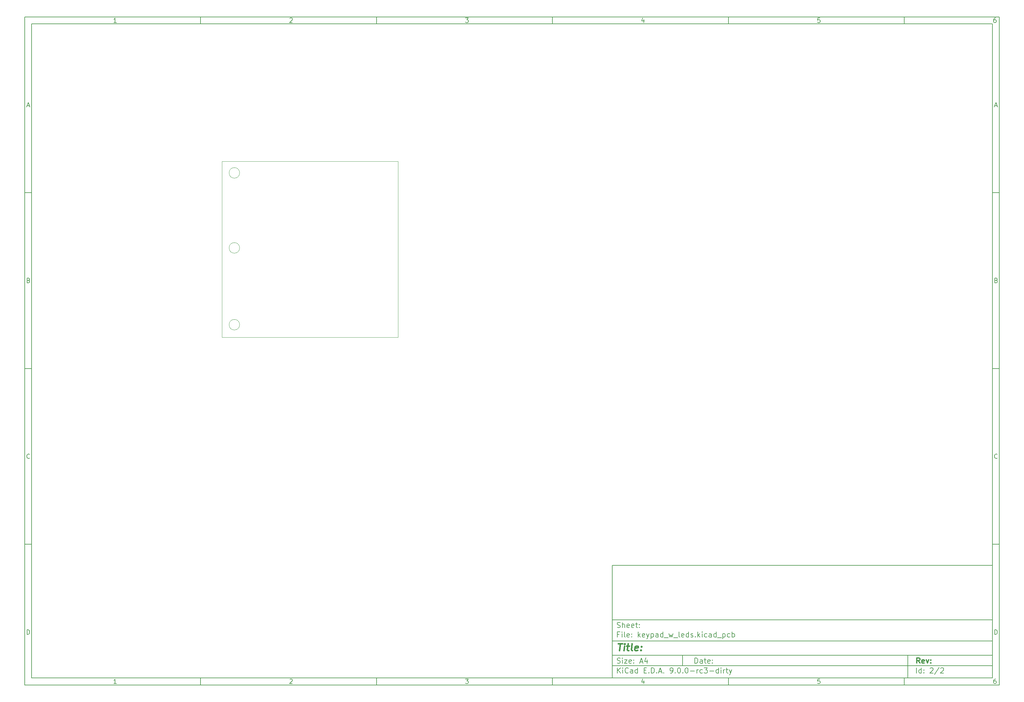
<source format=gbr>
%TF.GenerationSoftware,KiCad,Pcbnew,9.0.0-rc3-dirty*%
%TF.CreationDate,2025-04-14T01:48:59-03:00*%
%TF.ProjectId,keypad_w_leds,6b657970-6164-45f7-975f-6c6564732e6b,rev?*%
%TF.SameCoordinates,Original*%
%TF.FileFunction,Profile,NP*%
%FSLAX46Y46*%
G04 Gerber Fmt 4.6, Leading zero omitted, Abs format (unit mm)*
G04 Created by KiCad (PCBNEW 9.0.0-rc3-dirty) date 2025-04-14 01:48:59*
%MOMM*%
%LPD*%
G01*
G04 APERTURE LIST*
%ADD10C,0.100000*%
%ADD11C,0.150000*%
%ADD12C,0.300000*%
%ADD13C,0.400000*%
%TA.AperFunction,Profile*%
%ADD14C,0.050000*%
%TD*%
G04 APERTURE END LIST*
D10*
D11*
X177002200Y-166007200D02*
X285002200Y-166007200D01*
X285002200Y-198007200D01*
X177002200Y-198007200D01*
X177002200Y-166007200D01*
D10*
D11*
X10000000Y-10000000D02*
X287002200Y-10000000D01*
X287002200Y-200007200D01*
X10000000Y-200007200D01*
X10000000Y-10000000D01*
D10*
D11*
X12000000Y-12000000D02*
X285002200Y-12000000D01*
X285002200Y-198007200D01*
X12000000Y-198007200D01*
X12000000Y-12000000D01*
D10*
D11*
X60000000Y-12000000D02*
X60000000Y-10000000D01*
D10*
D11*
X110000000Y-12000000D02*
X110000000Y-10000000D01*
D10*
D11*
X160000000Y-12000000D02*
X160000000Y-10000000D01*
D10*
D11*
X210000000Y-12000000D02*
X210000000Y-10000000D01*
D10*
D11*
X260000000Y-12000000D02*
X260000000Y-10000000D01*
D10*
D11*
X36089160Y-11593604D02*
X35346303Y-11593604D01*
X35717731Y-11593604D02*
X35717731Y-10293604D01*
X35717731Y-10293604D02*
X35593922Y-10479319D01*
X35593922Y-10479319D02*
X35470112Y-10603128D01*
X35470112Y-10603128D02*
X35346303Y-10665033D01*
D10*
D11*
X85346303Y-10417414D02*
X85408207Y-10355509D01*
X85408207Y-10355509D02*
X85532017Y-10293604D01*
X85532017Y-10293604D02*
X85841541Y-10293604D01*
X85841541Y-10293604D02*
X85965350Y-10355509D01*
X85965350Y-10355509D02*
X86027255Y-10417414D01*
X86027255Y-10417414D02*
X86089160Y-10541223D01*
X86089160Y-10541223D02*
X86089160Y-10665033D01*
X86089160Y-10665033D02*
X86027255Y-10850747D01*
X86027255Y-10850747D02*
X85284398Y-11593604D01*
X85284398Y-11593604D02*
X86089160Y-11593604D01*
D10*
D11*
X135284398Y-10293604D02*
X136089160Y-10293604D01*
X136089160Y-10293604D02*
X135655826Y-10788842D01*
X135655826Y-10788842D02*
X135841541Y-10788842D01*
X135841541Y-10788842D02*
X135965350Y-10850747D01*
X135965350Y-10850747D02*
X136027255Y-10912652D01*
X136027255Y-10912652D02*
X136089160Y-11036461D01*
X136089160Y-11036461D02*
X136089160Y-11345985D01*
X136089160Y-11345985D02*
X136027255Y-11469795D01*
X136027255Y-11469795D02*
X135965350Y-11531700D01*
X135965350Y-11531700D02*
X135841541Y-11593604D01*
X135841541Y-11593604D02*
X135470112Y-11593604D01*
X135470112Y-11593604D02*
X135346303Y-11531700D01*
X135346303Y-11531700D02*
X135284398Y-11469795D01*
D10*
D11*
X185965350Y-10726938D02*
X185965350Y-11593604D01*
X185655826Y-10231700D02*
X185346303Y-11160271D01*
X185346303Y-11160271D02*
X186151064Y-11160271D01*
D10*
D11*
X236027255Y-10293604D02*
X235408207Y-10293604D01*
X235408207Y-10293604D02*
X235346303Y-10912652D01*
X235346303Y-10912652D02*
X235408207Y-10850747D01*
X235408207Y-10850747D02*
X235532017Y-10788842D01*
X235532017Y-10788842D02*
X235841541Y-10788842D01*
X235841541Y-10788842D02*
X235965350Y-10850747D01*
X235965350Y-10850747D02*
X236027255Y-10912652D01*
X236027255Y-10912652D02*
X236089160Y-11036461D01*
X236089160Y-11036461D02*
X236089160Y-11345985D01*
X236089160Y-11345985D02*
X236027255Y-11469795D01*
X236027255Y-11469795D02*
X235965350Y-11531700D01*
X235965350Y-11531700D02*
X235841541Y-11593604D01*
X235841541Y-11593604D02*
X235532017Y-11593604D01*
X235532017Y-11593604D02*
X235408207Y-11531700D01*
X235408207Y-11531700D02*
X235346303Y-11469795D01*
D10*
D11*
X285965350Y-10293604D02*
X285717731Y-10293604D01*
X285717731Y-10293604D02*
X285593922Y-10355509D01*
X285593922Y-10355509D02*
X285532017Y-10417414D01*
X285532017Y-10417414D02*
X285408207Y-10603128D01*
X285408207Y-10603128D02*
X285346303Y-10850747D01*
X285346303Y-10850747D02*
X285346303Y-11345985D01*
X285346303Y-11345985D02*
X285408207Y-11469795D01*
X285408207Y-11469795D02*
X285470112Y-11531700D01*
X285470112Y-11531700D02*
X285593922Y-11593604D01*
X285593922Y-11593604D02*
X285841541Y-11593604D01*
X285841541Y-11593604D02*
X285965350Y-11531700D01*
X285965350Y-11531700D02*
X286027255Y-11469795D01*
X286027255Y-11469795D02*
X286089160Y-11345985D01*
X286089160Y-11345985D02*
X286089160Y-11036461D01*
X286089160Y-11036461D02*
X286027255Y-10912652D01*
X286027255Y-10912652D02*
X285965350Y-10850747D01*
X285965350Y-10850747D02*
X285841541Y-10788842D01*
X285841541Y-10788842D02*
X285593922Y-10788842D01*
X285593922Y-10788842D02*
X285470112Y-10850747D01*
X285470112Y-10850747D02*
X285408207Y-10912652D01*
X285408207Y-10912652D02*
X285346303Y-11036461D01*
D10*
D11*
X60000000Y-198007200D02*
X60000000Y-200007200D01*
D10*
D11*
X110000000Y-198007200D02*
X110000000Y-200007200D01*
D10*
D11*
X160000000Y-198007200D02*
X160000000Y-200007200D01*
D10*
D11*
X210000000Y-198007200D02*
X210000000Y-200007200D01*
D10*
D11*
X260000000Y-198007200D02*
X260000000Y-200007200D01*
D10*
D11*
X36089160Y-199600804D02*
X35346303Y-199600804D01*
X35717731Y-199600804D02*
X35717731Y-198300804D01*
X35717731Y-198300804D02*
X35593922Y-198486519D01*
X35593922Y-198486519D02*
X35470112Y-198610328D01*
X35470112Y-198610328D02*
X35346303Y-198672233D01*
D10*
D11*
X85346303Y-198424614D02*
X85408207Y-198362709D01*
X85408207Y-198362709D02*
X85532017Y-198300804D01*
X85532017Y-198300804D02*
X85841541Y-198300804D01*
X85841541Y-198300804D02*
X85965350Y-198362709D01*
X85965350Y-198362709D02*
X86027255Y-198424614D01*
X86027255Y-198424614D02*
X86089160Y-198548423D01*
X86089160Y-198548423D02*
X86089160Y-198672233D01*
X86089160Y-198672233D02*
X86027255Y-198857947D01*
X86027255Y-198857947D02*
X85284398Y-199600804D01*
X85284398Y-199600804D02*
X86089160Y-199600804D01*
D10*
D11*
X135284398Y-198300804D02*
X136089160Y-198300804D01*
X136089160Y-198300804D02*
X135655826Y-198796042D01*
X135655826Y-198796042D02*
X135841541Y-198796042D01*
X135841541Y-198796042D02*
X135965350Y-198857947D01*
X135965350Y-198857947D02*
X136027255Y-198919852D01*
X136027255Y-198919852D02*
X136089160Y-199043661D01*
X136089160Y-199043661D02*
X136089160Y-199353185D01*
X136089160Y-199353185D02*
X136027255Y-199476995D01*
X136027255Y-199476995D02*
X135965350Y-199538900D01*
X135965350Y-199538900D02*
X135841541Y-199600804D01*
X135841541Y-199600804D02*
X135470112Y-199600804D01*
X135470112Y-199600804D02*
X135346303Y-199538900D01*
X135346303Y-199538900D02*
X135284398Y-199476995D01*
D10*
D11*
X185965350Y-198734138D02*
X185965350Y-199600804D01*
X185655826Y-198238900D02*
X185346303Y-199167471D01*
X185346303Y-199167471D02*
X186151064Y-199167471D01*
D10*
D11*
X236027255Y-198300804D02*
X235408207Y-198300804D01*
X235408207Y-198300804D02*
X235346303Y-198919852D01*
X235346303Y-198919852D02*
X235408207Y-198857947D01*
X235408207Y-198857947D02*
X235532017Y-198796042D01*
X235532017Y-198796042D02*
X235841541Y-198796042D01*
X235841541Y-198796042D02*
X235965350Y-198857947D01*
X235965350Y-198857947D02*
X236027255Y-198919852D01*
X236027255Y-198919852D02*
X236089160Y-199043661D01*
X236089160Y-199043661D02*
X236089160Y-199353185D01*
X236089160Y-199353185D02*
X236027255Y-199476995D01*
X236027255Y-199476995D02*
X235965350Y-199538900D01*
X235965350Y-199538900D02*
X235841541Y-199600804D01*
X235841541Y-199600804D02*
X235532017Y-199600804D01*
X235532017Y-199600804D02*
X235408207Y-199538900D01*
X235408207Y-199538900D02*
X235346303Y-199476995D01*
D10*
D11*
X285965350Y-198300804D02*
X285717731Y-198300804D01*
X285717731Y-198300804D02*
X285593922Y-198362709D01*
X285593922Y-198362709D02*
X285532017Y-198424614D01*
X285532017Y-198424614D02*
X285408207Y-198610328D01*
X285408207Y-198610328D02*
X285346303Y-198857947D01*
X285346303Y-198857947D02*
X285346303Y-199353185D01*
X285346303Y-199353185D02*
X285408207Y-199476995D01*
X285408207Y-199476995D02*
X285470112Y-199538900D01*
X285470112Y-199538900D02*
X285593922Y-199600804D01*
X285593922Y-199600804D02*
X285841541Y-199600804D01*
X285841541Y-199600804D02*
X285965350Y-199538900D01*
X285965350Y-199538900D02*
X286027255Y-199476995D01*
X286027255Y-199476995D02*
X286089160Y-199353185D01*
X286089160Y-199353185D02*
X286089160Y-199043661D01*
X286089160Y-199043661D02*
X286027255Y-198919852D01*
X286027255Y-198919852D02*
X285965350Y-198857947D01*
X285965350Y-198857947D02*
X285841541Y-198796042D01*
X285841541Y-198796042D02*
X285593922Y-198796042D01*
X285593922Y-198796042D02*
X285470112Y-198857947D01*
X285470112Y-198857947D02*
X285408207Y-198919852D01*
X285408207Y-198919852D02*
X285346303Y-199043661D01*
D10*
D11*
X10000000Y-60000000D02*
X12000000Y-60000000D01*
D10*
D11*
X10000000Y-110000000D02*
X12000000Y-110000000D01*
D10*
D11*
X10000000Y-160000000D02*
X12000000Y-160000000D01*
D10*
D11*
X10690476Y-35222176D02*
X11309523Y-35222176D01*
X10566666Y-35593604D02*
X10999999Y-34293604D01*
X10999999Y-34293604D02*
X11433333Y-35593604D01*
D10*
D11*
X11092857Y-84912652D02*
X11278571Y-84974557D01*
X11278571Y-84974557D02*
X11340476Y-85036461D01*
X11340476Y-85036461D02*
X11402380Y-85160271D01*
X11402380Y-85160271D02*
X11402380Y-85345985D01*
X11402380Y-85345985D02*
X11340476Y-85469795D01*
X11340476Y-85469795D02*
X11278571Y-85531700D01*
X11278571Y-85531700D02*
X11154761Y-85593604D01*
X11154761Y-85593604D02*
X10659523Y-85593604D01*
X10659523Y-85593604D02*
X10659523Y-84293604D01*
X10659523Y-84293604D02*
X11092857Y-84293604D01*
X11092857Y-84293604D02*
X11216666Y-84355509D01*
X11216666Y-84355509D02*
X11278571Y-84417414D01*
X11278571Y-84417414D02*
X11340476Y-84541223D01*
X11340476Y-84541223D02*
X11340476Y-84665033D01*
X11340476Y-84665033D02*
X11278571Y-84788842D01*
X11278571Y-84788842D02*
X11216666Y-84850747D01*
X11216666Y-84850747D02*
X11092857Y-84912652D01*
X11092857Y-84912652D02*
X10659523Y-84912652D01*
D10*
D11*
X11402380Y-135469795D02*
X11340476Y-135531700D01*
X11340476Y-135531700D02*
X11154761Y-135593604D01*
X11154761Y-135593604D02*
X11030952Y-135593604D01*
X11030952Y-135593604D02*
X10845238Y-135531700D01*
X10845238Y-135531700D02*
X10721428Y-135407890D01*
X10721428Y-135407890D02*
X10659523Y-135284080D01*
X10659523Y-135284080D02*
X10597619Y-135036461D01*
X10597619Y-135036461D02*
X10597619Y-134850747D01*
X10597619Y-134850747D02*
X10659523Y-134603128D01*
X10659523Y-134603128D02*
X10721428Y-134479319D01*
X10721428Y-134479319D02*
X10845238Y-134355509D01*
X10845238Y-134355509D02*
X11030952Y-134293604D01*
X11030952Y-134293604D02*
X11154761Y-134293604D01*
X11154761Y-134293604D02*
X11340476Y-134355509D01*
X11340476Y-134355509D02*
X11402380Y-134417414D01*
D10*
D11*
X10659523Y-185593604D02*
X10659523Y-184293604D01*
X10659523Y-184293604D02*
X10969047Y-184293604D01*
X10969047Y-184293604D02*
X11154761Y-184355509D01*
X11154761Y-184355509D02*
X11278571Y-184479319D01*
X11278571Y-184479319D02*
X11340476Y-184603128D01*
X11340476Y-184603128D02*
X11402380Y-184850747D01*
X11402380Y-184850747D02*
X11402380Y-185036461D01*
X11402380Y-185036461D02*
X11340476Y-185284080D01*
X11340476Y-185284080D02*
X11278571Y-185407890D01*
X11278571Y-185407890D02*
X11154761Y-185531700D01*
X11154761Y-185531700D02*
X10969047Y-185593604D01*
X10969047Y-185593604D02*
X10659523Y-185593604D01*
D10*
D11*
X287002200Y-60000000D02*
X285002200Y-60000000D01*
D10*
D11*
X287002200Y-110000000D02*
X285002200Y-110000000D01*
D10*
D11*
X287002200Y-160000000D02*
X285002200Y-160000000D01*
D10*
D11*
X285692676Y-35222176D02*
X286311723Y-35222176D01*
X285568866Y-35593604D02*
X286002199Y-34293604D01*
X286002199Y-34293604D02*
X286435533Y-35593604D01*
D10*
D11*
X286095057Y-84912652D02*
X286280771Y-84974557D01*
X286280771Y-84974557D02*
X286342676Y-85036461D01*
X286342676Y-85036461D02*
X286404580Y-85160271D01*
X286404580Y-85160271D02*
X286404580Y-85345985D01*
X286404580Y-85345985D02*
X286342676Y-85469795D01*
X286342676Y-85469795D02*
X286280771Y-85531700D01*
X286280771Y-85531700D02*
X286156961Y-85593604D01*
X286156961Y-85593604D02*
X285661723Y-85593604D01*
X285661723Y-85593604D02*
X285661723Y-84293604D01*
X285661723Y-84293604D02*
X286095057Y-84293604D01*
X286095057Y-84293604D02*
X286218866Y-84355509D01*
X286218866Y-84355509D02*
X286280771Y-84417414D01*
X286280771Y-84417414D02*
X286342676Y-84541223D01*
X286342676Y-84541223D02*
X286342676Y-84665033D01*
X286342676Y-84665033D02*
X286280771Y-84788842D01*
X286280771Y-84788842D02*
X286218866Y-84850747D01*
X286218866Y-84850747D02*
X286095057Y-84912652D01*
X286095057Y-84912652D02*
X285661723Y-84912652D01*
D10*
D11*
X286404580Y-135469795D02*
X286342676Y-135531700D01*
X286342676Y-135531700D02*
X286156961Y-135593604D01*
X286156961Y-135593604D02*
X286033152Y-135593604D01*
X286033152Y-135593604D02*
X285847438Y-135531700D01*
X285847438Y-135531700D02*
X285723628Y-135407890D01*
X285723628Y-135407890D02*
X285661723Y-135284080D01*
X285661723Y-135284080D02*
X285599819Y-135036461D01*
X285599819Y-135036461D02*
X285599819Y-134850747D01*
X285599819Y-134850747D02*
X285661723Y-134603128D01*
X285661723Y-134603128D02*
X285723628Y-134479319D01*
X285723628Y-134479319D02*
X285847438Y-134355509D01*
X285847438Y-134355509D02*
X286033152Y-134293604D01*
X286033152Y-134293604D02*
X286156961Y-134293604D01*
X286156961Y-134293604D02*
X286342676Y-134355509D01*
X286342676Y-134355509D02*
X286404580Y-134417414D01*
D10*
D11*
X285661723Y-185593604D02*
X285661723Y-184293604D01*
X285661723Y-184293604D02*
X285971247Y-184293604D01*
X285971247Y-184293604D02*
X286156961Y-184355509D01*
X286156961Y-184355509D02*
X286280771Y-184479319D01*
X286280771Y-184479319D02*
X286342676Y-184603128D01*
X286342676Y-184603128D02*
X286404580Y-184850747D01*
X286404580Y-184850747D02*
X286404580Y-185036461D01*
X286404580Y-185036461D02*
X286342676Y-185284080D01*
X286342676Y-185284080D02*
X286280771Y-185407890D01*
X286280771Y-185407890D02*
X286156961Y-185531700D01*
X286156961Y-185531700D02*
X285971247Y-185593604D01*
X285971247Y-185593604D02*
X285661723Y-185593604D01*
D10*
D11*
X200458026Y-193793328D02*
X200458026Y-192293328D01*
X200458026Y-192293328D02*
X200815169Y-192293328D01*
X200815169Y-192293328D02*
X201029455Y-192364757D01*
X201029455Y-192364757D02*
X201172312Y-192507614D01*
X201172312Y-192507614D02*
X201243741Y-192650471D01*
X201243741Y-192650471D02*
X201315169Y-192936185D01*
X201315169Y-192936185D02*
X201315169Y-193150471D01*
X201315169Y-193150471D02*
X201243741Y-193436185D01*
X201243741Y-193436185D02*
X201172312Y-193579042D01*
X201172312Y-193579042D02*
X201029455Y-193721900D01*
X201029455Y-193721900D02*
X200815169Y-193793328D01*
X200815169Y-193793328D02*
X200458026Y-193793328D01*
X202600884Y-193793328D02*
X202600884Y-193007614D01*
X202600884Y-193007614D02*
X202529455Y-192864757D01*
X202529455Y-192864757D02*
X202386598Y-192793328D01*
X202386598Y-192793328D02*
X202100884Y-192793328D01*
X202100884Y-192793328D02*
X201958026Y-192864757D01*
X202600884Y-193721900D02*
X202458026Y-193793328D01*
X202458026Y-193793328D02*
X202100884Y-193793328D01*
X202100884Y-193793328D02*
X201958026Y-193721900D01*
X201958026Y-193721900D02*
X201886598Y-193579042D01*
X201886598Y-193579042D02*
X201886598Y-193436185D01*
X201886598Y-193436185D02*
X201958026Y-193293328D01*
X201958026Y-193293328D02*
X202100884Y-193221900D01*
X202100884Y-193221900D02*
X202458026Y-193221900D01*
X202458026Y-193221900D02*
X202600884Y-193150471D01*
X203100884Y-192793328D02*
X203672312Y-192793328D01*
X203315169Y-192293328D02*
X203315169Y-193579042D01*
X203315169Y-193579042D02*
X203386598Y-193721900D01*
X203386598Y-193721900D02*
X203529455Y-193793328D01*
X203529455Y-193793328D02*
X203672312Y-193793328D01*
X204743741Y-193721900D02*
X204600884Y-193793328D01*
X204600884Y-193793328D02*
X204315170Y-193793328D01*
X204315170Y-193793328D02*
X204172312Y-193721900D01*
X204172312Y-193721900D02*
X204100884Y-193579042D01*
X204100884Y-193579042D02*
X204100884Y-193007614D01*
X204100884Y-193007614D02*
X204172312Y-192864757D01*
X204172312Y-192864757D02*
X204315170Y-192793328D01*
X204315170Y-192793328D02*
X204600884Y-192793328D01*
X204600884Y-192793328D02*
X204743741Y-192864757D01*
X204743741Y-192864757D02*
X204815170Y-193007614D01*
X204815170Y-193007614D02*
X204815170Y-193150471D01*
X204815170Y-193150471D02*
X204100884Y-193293328D01*
X205458026Y-193650471D02*
X205529455Y-193721900D01*
X205529455Y-193721900D02*
X205458026Y-193793328D01*
X205458026Y-193793328D02*
X205386598Y-193721900D01*
X205386598Y-193721900D02*
X205458026Y-193650471D01*
X205458026Y-193650471D02*
X205458026Y-193793328D01*
X205458026Y-192864757D02*
X205529455Y-192936185D01*
X205529455Y-192936185D02*
X205458026Y-193007614D01*
X205458026Y-193007614D02*
X205386598Y-192936185D01*
X205386598Y-192936185D02*
X205458026Y-192864757D01*
X205458026Y-192864757D02*
X205458026Y-193007614D01*
D10*
D11*
X177002200Y-194507200D02*
X285002200Y-194507200D01*
D10*
D11*
X178458026Y-196593328D02*
X178458026Y-195093328D01*
X179315169Y-196593328D02*
X178672312Y-195736185D01*
X179315169Y-195093328D02*
X178458026Y-195950471D01*
X179958026Y-196593328D02*
X179958026Y-195593328D01*
X179958026Y-195093328D02*
X179886598Y-195164757D01*
X179886598Y-195164757D02*
X179958026Y-195236185D01*
X179958026Y-195236185D02*
X180029455Y-195164757D01*
X180029455Y-195164757D02*
X179958026Y-195093328D01*
X179958026Y-195093328D02*
X179958026Y-195236185D01*
X181529455Y-196450471D02*
X181458027Y-196521900D01*
X181458027Y-196521900D02*
X181243741Y-196593328D01*
X181243741Y-196593328D02*
X181100884Y-196593328D01*
X181100884Y-196593328D02*
X180886598Y-196521900D01*
X180886598Y-196521900D02*
X180743741Y-196379042D01*
X180743741Y-196379042D02*
X180672312Y-196236185D01*
X180672312Y-196236185D02*
X180600884Y-195950471D01*
X180600884Y-195950471D02*
X180600884Y-195736185D01*
X180600884Y-195736185D02*
X180672312Y-195450471D01*
X180672312Y-195450471D02*
X180743741Y-195307614D01*
X180743741Y-195307614D02*
X180886598Y-195164757D01*
X180886598Y-195164757D02*
X181100884Y-195093328D01*
X181100884Y-195093328D02*
X181243741Y-195093328D01*
X181243741Y-195093328D02*
X181458027Y-195164757D01*
X181458027Y-195164757D02*
X181529455Y-195236185D01*
X182815170Y-196593328D02*
X182815170Y-195807614D01*
X182815170Y-195807614D02*
X182743741Y-195664757D01*
X182743741Y-195664757D02*
X182600884Y-195593328D01*
X182600884Y-195593328D02*
X182315170Y-195593328D01*
X182315170Y-195593328D02*
X182172312Y-195664757D01*
X182815170Y-196521900D02*
X182672312Y-196593328D01*
X182672312Y-196593328D02*
X182315170Y-196593328D01*
X182315170Y-196593328D02*
X182172312Y-196521900D01*
X182172312Y-196521900D02*
X182100884Y-196379042D01*
X182100884Y-196379042D02*
X182100884Y-196236185D01*
X182100884Y-196236185D02*
X182172312Y-196093328D01*
X182172312Y-196093328D02*
X182315170Y-196021900D01*
X182315170Y-196021900D02*
X182672312Y-196021900D01*
X182672312Y-196021900D02*
X182815170Y-195950471D01*
X184172313Y-196593328D02*
X184172313Y-195093328D01*
X184172313Y-196521900D02*
X184029455Y-196593328D01*
X184029455Y-196593328D02*
X183743741Y-196593328D01*
X183743741Y-196593328D02*
X183600884Y-196521900D01*
X183600884Y-196521900D02*
X183529455Y-196450471D01*
X183529455Y-196450471D02*
X183458027Y-196307614D01*
X183458027Y-196307614D02*
X183458027Y-195879042D01*
X183458027Y-195879042D02*
X183529455Y-195736185D01*
X183529455Y-195736185D02*
X183600884Y-195664757D01*
X183600884Y-195664757D02*
X183743741Y-195593328D01*
X183743741Y-195593328D02*
X184029455Y-195593328D01*
X184029455Y-195593328D02*
X184172313Y-195664757D01*
X186029455Y-195807614D02*
X186529455Y-195807614D01*
X186743741Y-196593328D02*
X186029455Y-196593328D01*
X186029455Y-196593328D02*
X186029455Y-195093328D01*
X186029455Y-195093328D02*
X186743741Y-195093328D01*
X187386598Y-196450471D02*
X187458027Y-196521900D01*
X187458027Y-196521900D02*
X187386598Y-196593328D01*
X187386598Y-196593328D02*
X187315170Y-196521900D01*
X187315170Y-196521900D02*
X187386598Y-196450471D01*
X187386598Y-196450471D02*
X187386598Y-196593328D01*
X188100884Y-196593328D02*
X188100884Y-195093328D01*
X188100884Y-195093328D02*
X188458027Y-195093328D01*
X188458027Y-195093328D02*
X188672313Y-195164757D01*
X188672313Y-195164757D02*
X188815170Y-195307614D01*
X188815170Y-195307614D02*
X188886599Y-195450471D01*
X188886599Y-195450471D02*
X188958027Y-195736185D01*
X188958027Y-195736185D02*
X188958027Y-195950471D01*
X188958027Y-195950471D02*
X188886599Y-196236185D01*
X188886599Y-196236185D02*
X188815170Y-196379042D01*
X188815170Y-196379042D02*
X188672313Y-196521900D01*
X188672313Y-196521900D02*
X188458027Y-196593328D01*
X188458027Y-196593328D02*
X188100884Y-196593328D01*
X189600884Y-196450471D02*
X189672313Y-196521900D01*
X189672313Y-196521900D02*
X189600884Y-196593328D01*
X189600884Y-196593328D02*
X189529456Y-196521900D01*
X189529456Y-196521900D02*
X189600884Y-196450471D01*
X189600884Y-196450471D02*
X189600884Y-196593328D01*
X190243742Y-196164757D02*
X190958028Y-196164757D01*
X190100885Y-196593328D02*
X190600885Y-195093328D01*
X190600885Y-195093328D02*
X191100885Y-196593328D01*
X191600884Y-196450471D02*
X191672313Y-196521900D01*
X191672313Y-196521900D02*
X191600884Y-196593328D01*
X191600884Y-196593328D02*
X191529456Y-196521900D01*
X191529456Y-196521900D02*
X191600884Y-196450471D01*
X191600884Y-196450471D02*
X191600884Y-196593328D01*
X193529456Y-196593328D02*
X193815170Y-196593328D01*
X193815170Y-196593328D02*
X193958027Y-196521900D01*
X193958027Y-196521900D02*
X194029456Y-196450471D01*
X194029456Y-196450471D02*
X194172313Y-196236185D01*
X194172313Y-196236185D02*
X194243742Y-195950471D01*
X194243742Y-195950471D02*
X194243742Y-195379042D01*
X194243742Y-195379042D02*
X194172313Y-195236185D01*
X194172313Y-195236185D02*
X194100885Y-195164757D01*
X194100885Y-195164757D02*
X193958027Y-195093328D01*
X193958027Y-195093328D02*
X193672313Y-195093328D01*
X193672313Y-195093328D02*
X193529456Y-195164757D01*
X193529456Y-195164757D02*
X193458027Y-195236185D01*
X193458027Y-195236185D02*
X193386599Y-195379042D01*
X193386599Y-195379042D02*
X193386599Y-195736185D01*
X193386599Y-195736185D02*
X193458027Y-195879042D01*
X193458027Y-195879042D02*
X193529456Y-195950471D01*
X193529456Y-195950471D02*
X193672313Y-196021900D01*
X193672313Y-196021900D02*
X193958027Y-196021900D01*
X193958027Y-196021900D02*
X194100885Y-195950471D01*
X194100885Y-195950471D02*
X194172313Y-195879042D01*
X194172313Y-195879042D02*
X194243742Y-195736185D01*
X194886598Y-196450471D02*
X194958027Y-196521900D01*
X194958027Y-196521900D02*
X194886598Y-196593328D01*
X194886598Y-196593328D02*
X194815170Y-196521900D01*
X194815170Y-196521900D02*
X194886598Y-196450471D01*
X194886598Y-196450471D02*
X194886598Y-196593328D01*
X195886599Y-195093328D02*
X196029456Y-195093328D01*
X196029456Y-195093328D02*
X196172313Y-195164757D01*
X196172313Y-195164757D02*
X196243742Y-195236185D01*
X196243742Y-195236185D02*
X196315170Y-195379042D01*
X196315170Y-195379042D02*
X196386599Y-195664757D01*
X196386599Y-195664757D02*
X196386599Y-196021900D01*
X196386599Y-196021900D02*
X196315170Y-196307614D01*
X196315170Y-196307614D02*
X196243742Y-196450471D01*
X196243742Y-196450471D02*
X196172313Y-196521900D01*
X196172313Y-196521900D02*
X196029456Y-196593328D01*
X196029456Y-196593328D02*
X195886599Y-196593328D01*
X195886599Y-196593328D02*
X195743742Y-196521900D01*
X195743742Y-196521900D02*
X195672313Y-196450471D01*
X195672313Y-196450471D02*
X195600884Y-196307614D01*
X195600884Y-196307614D02*
X195529456Y-196021900D01*
X195529456Y-196021900D02*
X195529456Y-195664757D01*
X195529456Y-195664757D02*
X195600884Y-195379042D01*
X195600884Y-195379042D02*
X195672313Y-195236185D01*
X195672313Y-195236185D02*
X195743742Y-195164757D01*
X195743742Y-195164757D02*
X195886599Y-195093328D01*
X197029455Y-196450471D02*
X197100884Y-196521900D01*
X197100884Y-196521900D02*
X197029455Y-196593328D01*
X197029455Y-196593328D02*
X196958027Y-196521900D01*
X196958027Y-196521900D02*
X197029455Y-196450471D01*
X197029455Y-196450471D02*
X197029455Y-196593328D01*
X198029456Y-195093328D02*
X198172313Y-195093328D01*
X198172313Y-195093328D02*
X198315170Y-195164757D01*
X198315170Y-195164757D02*
X198386599Y-195236185D01*
X198386599Y-195236185D02*
X198458027Y-195379042D01*
X198458027Y-195379042D02*
X198529456Y-195664757D01*
X198529456Y-195664757D02*
X198529456Y-196021900D01*
X198529456Y-196021900D02*
X198458027Y-196307614D01*
X198458027Y-196307614D02*
X198386599Y-196450471D01*
X198386599Y-196450471D02*
X198315170Y-196521900D01*
X198315170Y-196521900D02*
X198172313Y-196593328D01*
X198172313Y-196593328D02*
X198029456Y-196593328D01*
X198029456Y-196593328D02*
X197886599Y-196521900D01*
X197886599Y-196521900D02*
X197815170Y-196450471D01*
X197815170Y-196450471D02*
X197743741Y-196307614D01*
X197743741Y-196307614D02*
X197672313Y-196021900D01*
X197672313Y-196021900D02*
X197672313Y-195664757D01*
X197672313Y-195664757D02*
X197743741Y-195379042D01*
X197743741Y-195379042D02*
X197815170Y-195236185D01*
X197815170Y-195236185D02*
X197886599Y-195164757D01*
X197886599Y-195164757D02*
X198029456Y-195093328D01*
X199172312Y-196021900D02*
X200315170Y-196021900D01*
X201029455Y-196593328D02*
X201029455Y-195593328D01*
X201029455Y-195879042D02*
X201100884Y-195736185D01*
X201100884Y-195736185D02*
X201172313Y-195664757D01*
X201172313Y-195664757D02*
X201315170Y-195593328D01*
X201315170Y-195593328D02*
X201458027Y-195593328D01*
X202600884Y-196521900D02*
X202458026Y-196593328D01*
X202458026Y-196593328D02*
X202172312Y-196593328D01*
X202172312Y-196593328D02*
X202029455Y-196521900D01*
X202029455Y-196521900D02*
X201958026Y-196450471D01*
X201958026Y-196450471D02*
X201886598Y-196307614D01*
X201886598Y-196307614D02*
X201886598Y-195879042D01*
X201886598Y-195879042D02*
X201958026Y-195736185D01*
X201958026Y-195736185D02*
X202029455Y-195664757D01*
X202029455Y-195664757D02*
X202172312Y-195593328D01*
X202172312Y-195593328D02*
X202458026Y-195593328D01*
X202458026Y-195593328D02*
X202600884Y-195664757D01*
X203100883Y-195093328D02*
X204029455Y-195093328D01*
X204029455Y-195093328D02*
X203529455Y-195664757D01*
X203529455Y-195664757D02*
X203743740Y-195664757D01*
X203743740Y-195664757D02*
X203886598Y-195736185D01*
X203886598Y-195736185D02*
X203958026Y-195807614D01*
X203958026Y-195807614D02*
X204029455Y-195950471D01*
X204029455Y-195950471D02*
X204029455Y-196307614D01*
X204029455Y-196307614D02*
X203958026Y-196450471D01*
X203958026Y-196450471D02*
X203886598Y-196521900D01*
X203886598Y-196521900D02*
X203743740Y-196593328D01*
X203743740Y-196593328D02*
X203315169Y-196593328D01*
X203315169Y-196593328D02*
X203172312Y-196521900D01*
X203172312Y-196521900D02*
X203100883Y-196450471D01*
X204672311Y-196021900D02*
X205815169Y-196021900D01*
X207172312Y-196593328D02*
X207172312Y-195093328D01*
X207172312Y-196521900D02*
X207029454Y-196593328D01*
X207029454Y-196593328D02*
X206743740Y-196593328D01*
X206743740Y-196593328D02*
X206600883Y-196521900D01*
X206600883Y-196521900D02*
X206529454Y-196450471D01*
X206529454Y-196450471D02*
X206458026Y-196307614D01*
X206458026Y-196307614D02*
X206458026Y-195879042D01*
X206458026Y-195879042D02*
X206529454Y-195736185D01*
X206529454Y-195736185D02*
X206600883Y-195664757D01*
X206600883Y-195664757D02*
X206743740Y-195593328D01*
X206743740Y-195593328D02*
X207029454Y-195593328D01*
X207029454Y-195593328D02*
X207172312Y-195664757D01*
X207886597Y-196593328D02*
X207886597Y-195593328D01*
X207886597Y-195093328D02*
X207815169Y-195164757D01*
X207815169Y-195164757D02*
X207886597Y-195236185D01*
X207886597Y-195236185D02*
X207958026Y-195164757D01*
X207958026Y-195164757D02*
X207886597Y-195093328D01*
X207886597Y-195093328D02*
X207886597Y-195236185D01*
X208600883Y-196593328D02*
X208600883Y-195593328D01*
X208600883Y-195879042D02*
X208672312Y-195736185D01*
X208672312Y-195736185D02*
X208743741Y-195664757D01*
X208743741Y-195664757D02*
X208886598Y-195593328D01*
X208886598Y-195593328D02*
X209029455Y-195593328D01*
X209315169Y-195593328D02*
X209886597Y-195593328D01*
X209529454Y-195093328D02*
X209529454Y-196379042D01*
X209529454Y-196379042D02*
X209600883Y-196521900D01*
X209600883Y-196521900D02*
X209743740Y-196593328D01*
X209743740Y-196593328D02*
X209886597Y-196593328D01*
X210243740Y-195593328D02*
X210600883Y-196593328D01*
X210958026Y-195593328D02*
X210600883Y-196593328D01*
X210600883Y-196593328D02*
X210458026Y-196950471D01*
X210458026Y-196950471D02*
X210386597Y-197021900D01*
X210386597Y-197021900D02*
X210243740Y-197093328D01*
D10*
D11*
X177002200Y-191507200D02*
X285002200Y-191507200D01*
D10*
D12*
X264413853Y-193785528D02*
X263913853Y-193071242D01*
X263556710Y-193785528D02*
X263556710Y-192285528D01*
X263556710Y-192285528D02*
X264128139Y-192285528D01*
X264128139Y-192285528D02*
X264270996Y-192356957D01*
X264270996Y-192356957D02*
X264342425Y-192428385D01*
X264342425Y-192428385D02*
X264413853Y-192571242D01*
X264413853Y-192571242D02*
X264413853Y-192785528D01*
X264413853Y-192785528D02*
X264342425Y-192928385D01*
X264342425Y-192928385D02*
X264270996Y-192999814D01*
X264270996Y-192999814D02*
X264128139Y-193071242D01*
X264128139Y-193071242D02*
X263556710Y-193071242D01*
X265628139Y-193714100D02*
X265485282Y-193785528D01*
X265485282Y-193785528D02*
X265199568Y-193785528D01*
X265199568Y-193785528D02*
X265056710Y-193714100D01*
X265056710Y-193714100D02*
X264985282Y-193571242D01*
X264985282Y-193571242D02*
X264985282Y-192999814D01*
X264985282Y-192999814D02*
X265056710Y-192856957D01*
X265056710Y-192856957D02*
X265199568Y-192785528D01*
X265199568Y-192785528D02*
X265485282Y-192785528D01*
X265485282Y-192785528D02*
X265628139Y-192856957D01*
X265628139Y-192856957D02*
X265699568Y-192999814D01*
X265699568Y-192999814D02*
X265699568Y-193142671D01*
X265699568Y-193142671D02*
X264985282Y-193285528D01*
X266199567Y-192785528D02*
X266556710Y-193785528D01*
X266556710Y-193785528D02*
X266913853Y-192785528D01*
X267485281Y-193642671D02*
X267556710Y-193714100D01*
X267556710Y-193714100D02*
X267485281Y-193785528D01*
X267485281Y-193785528D02*
X267413853Y-193714100D01*
X267413853Y-193714100D02*
X267485281Y-193642671D01*
X267485281Y-193642671D02*
X267485281Y-193785528D01*
X267485281Y-192856957D02*
X267556710Y-192928385D01*
X267556710Y-192928385D02*
X267485281Y-192999814D01*
X267485281Y-192999814D02*
X267413853Y-192928385D01*
X267413853Y-192928385D02*
X267485281Y-192856957D01*
X267485281Y-192856957D02*
X267485281Y-192999814D01*
D10*
D11*
X178386598Y-193721900D02*
X178600884Y-193793328D01*
X178600884Y-193793328D02*
X178958026Y-193793328D01*
X178958026Y-193793328D02*
X179100884Y-193721900D01*
X179100884Y-193721900D02*
X179172312Y-193650471D01*
X179172312Y-193650471D02*
X179243741Y-193507614D01*
X179243741Y-193507614D02*
X179243741Y-193364757D01*
X179243741Y-193364757D02*
X179172312Y-193221900D01*
X179172312Y-193221900D02*
X179100884Y-193150471D01*
X179100884Y-193150471D02*
X178958026Y-193079042D01*
X178958026Y-193079042D02*
X178672312Y-193007614D01*
X178672312Y-193007614D02*
X178529455Y-192936185D01*
X178529455Y-192936185D02*
X178458026Y-192864757D01*
X178458026Y-192864757D02*
X178386598Y-192721900D01*
X178386598Y-192721900D02*
X178386598Y-192579042D01*
X178386598Y-192579042D02*
X178458026Y-192436185D01*
X178458026Y-192436185D02*
X178529455Y-192364757D01*
X178529455Y-192364757D02*
X178672312Y-192293328D01*
X178672312Y-192293328D02*
X179029455Y-192293328D01*
X179029455Y-192293328D02*
X179243741Y-192364757D01*
X179886597Y-193793328D02*
X179886597Y-192793328D01*
X179886597Y-192293328D02*
X179815169Y-192364757D01*
X179815169Y-192364757D02*
X179886597Y-192436185D01*
X179886597Y-192436185D02*
X179958026Y-192364757D01*
X179958026Y-192364757D02*
X179886597Y-192293328D01*
X179886597Y-192293328D02*
X179886597Y-192436185D01*
X180458026Y-192793328D02*
X181243741Y-192793328D01*
X181243741Y-192793328D02*
X180458026Y-193793328D01*
X180458026Y-193793328D02*
X181243741Y-193793328D01*
X182386598Y-193721900D02*
X182243741Y-193793328D01*
X182243741Y-193793328D02*
X181958027Y-193793328D01*
X181958027Y-193793328D02*
X181815169Y-193721900D01*
X181815169Y-193721900D02*
X181743741Y-193579042D01*
X181743741Y-193579042D02*
X181743741Y-193007614D01*
X181743741Y-193007614D02*
X181815169Y-192864757D01*
X181815169Y-192864757D02*
X181958027Y-192793328D01*
X181958027Y-192793328D02*
X182243741Y-192793328D01*
X182243741Y-192793328D02*
X182386598Y-192864757D01*
X182386598Y-192864757D02*
X182458027Y-193007614D01*
X182458027Y-193007614D02*
X182458027Y-193150471D01*
X182458027Y-193150471D02*
X181743741Y-193293328D01*
X183100883Y-193650471D02*
X183172312Y-193721900D01*
X183172312Y-193721900D02*
X183100883Y-193793328D01*
X183100883Y-193793328D02*
X183029455Y-193721900D01*
X183029455Y-193721900D02*
X183100883Y-193650471D01*
X183100883Y-193650471D02*
X183100883Y-193793328D01*
X183100883Y-192864757D02*
X183172312Y-192936185D01*
X183172312Y-192936185D02*
X183100883Y-193007614D01*
X183100883Y-193007614D02*
X183029455Y-192936185D01*
X183029455Y-192936185D02*
X183100883Y-192864757D01*
X183100883Y-192864757D02*
X183100883Y-193007614D01*
X184886598Y-193364757D02*
X185600884Y-193364757D01*
X184743741Y-193793328D02*
X185243741Y-192293328D01*
X185243741Y-192293328D02*
X185743741Y-193793328D01*
X186886598Y-192793328D02*
X186886598Y-193793328D01*
X186529455Y-192221900D02*
X186172312Y-193293328D01*
X186172312Y-193293328D02*
X187100883Y-193293328D01*
D10*
D11*
X263458026Y-196593328D02*
X263458026Y-195093328D01*
X264815170Y-196593328D02*
X264815170Y-195093328D01*
X264815170Y-196521900D02*
X264672312Y-196593328D01*
X264672312Y-196593328D02*
X264386598Y-196593328D01*
X264386598Y-196593328D02*
X264243741Y-196521900D01*
X264243741Y-196521900D02*
X264172312Y-196450471D01*
X264172312Y-196450471D02*
X264100884Y-196307614D01*
X264100884Y-196307614D02*
X264100884Y-195879042D01*
X264100884Y-195879042D02*
X264172312Y-195736185D01*
X264172312Y-195736185D02*
X264243741Y-195664757D01*
X264243741Y-195664757D02*
X264386598Y-195593328D01*
X264386598Y-195593328D02*
X264672312Y-195593328D01*
X264672312Y-195593328D02*
X264815170Y-195664757D01*
X265529455Y-196450471D02*
X265600884Y-196521900D01*
X265600884Y-196521900D02*
X265529455Y-196593328D01*
X265529455Y-196593328D02*
X265458027Y-196521900D01*
X265458027Y-196521900D02*
X265529455Y-196450471D01*
X265529455Y-196450471D02*
X265529455Y-196593328D01*
X265529455Y-195664757D02*
X265600884Y-195736185D01*
X265600884Y-195736185D02*
X265529455Y-195807614D01*
X265529455Y-195807614D02*
X265458027Y-195736185D01*
X265458027Y-195736185D02*
X265529455Y-195664757D01*
X265529455Y-195664757D02*
X265529455Y-195807614D01*
X267315170Y-195236185D02*
X267386598Y-195164757D01*
X267386598Y-195164757D02*
X267529456Y-195093328D01*
X267529456Y-195093328D02*
X267886598Y-195093328D01*
X267886598Y-195093328D02*
X268029456Y-195164757D01*
X268029456Y-195164757D02*
X268100884Y-195236185D01*
X268100884Y-195236185D02*
X268172313Y-195379042D01*
X268172313Y-195379042D02*
X268172313Y-195521900D01*
X268172313Y-195521900D02*
X268100884Y-195736185D01*
X268100884Y-195736185D02*
X267243741Y-196593328D01*
X267243741Y-196593328D02*
X268172313Y-196593328D01*
X269886598Y-195021900D02*
X268600884Y-196950471D01*
X270315170Y-195236185D02*
X270386598Y-195164757D01*
X270386598Y-195164757D02*
X270529456Y-195093328D01*
X270529456Y-195093328D02*
X270886598Y-195093328D01*
X270886598Y-195093328D02*
X271029456Y-195164757D01*
X271029456Y-195164757D02*
X271100884Y-195236185D01*
X271100884Y-195236185D02*
X271172313Y-195379042D01*
X271172313Y-195379042D02*
X271172313Y-195521900D01*
X271172313Y-195521900D02*
X271100884Y-195736185D01*
X271100884Y-195736185D02*
X270243741Y-196593328D01*
X270243741Y-196593328D02*
X271172313Y-196593328D01*
D10*
D11*
X177002200Y-187507200D02*
X285002200Y-187507200D01*
D10*
D13*
X178693928Y-188211638D02*
X179836785Y-188211638D01*
X179015357Y-190211638D02*
X179265357Y-188211638D01*
X180253452Y-190211638D02*
X180420119Y-188878304D01*
X180503452Y-188211638D02*
X180396309Y-188306876D01*
X180396309Y-188306876D02*
X180479643Y-188402114D01*
X180479643Y-188402114D02*
X180586786Y-188306876D01*
X180586786Y-188306876D02*
X180503452Y-188211638D01*
X180503452Y-188211638D02*
X180479643Y-188402114D01*
X181086786Y-188878304D02*
X181848690Y-188878304D01*
X181455833Y-188211638D02*
X181241548Y-189925923D01*
X181241548Y-189925923D02*
X181312976Y-190116400D01*
X181312976Y-190116400D02*
X181491548Y-190211638D01*
X181491548Y-190211638D02*
X181682024Y-190211638D01*
X182634405Y-190211638D02*
X182455833Y-190116400D01*
X182455833Y-190116400D02*
X182384405Y-189925923D01*
X182384405Y-189925923D02*
X182598690Y-188211638D01*
X184170119Y-190116400D02*
X183967738Y-190211638D01*
X183967738Y-190211638D02*
X183586785Y-190211638D01*
X183586785Y-190211638D02*
X183408214Y-190116400D01*
X183408214Y-190116400D02*
X183336785Y-189925923D01*
X183336785Y-189925923D02*
X183432024Y-189164019D01*
X183432024Y-189164019D02*
X183551071Y-188973542D01*
X183551071Y-188973542D02*
X183753452Y-188878304D01*
X183753452Y-188878304D02*
X184134404Y-188878304D01*
X184134404Y-188878304D02*
X184312976Y-188973542D01*
X184312976Y-188973542D02*
X184384404Y-189164019D01*
X184384404Y-189164019D02*
X184360595Y-189354495D01*
X184360595Y-189354495D02*
X183384404Y-189544971D01*
X185134405Y-190021161D02*
X185217738Y-190116400D01*
X185217738Y-190116400D02*
X185110595Y-190211638D01*
X185110595Y-190211638D02*
X185027262Y-190116400D01*
X185027262Y-190116400D02*
X185134405Y-190021161D01*
X185134405Y-190021161D02*
X185110595Y-190211638D01*
X185265357Y-188973542D02*
X185348690Y-189068780D01*
X185348690Y-189068780D02*
X185241548Y-189164019D01*
X185241548Y-189164019D02*
X185158214Y-189068780D01*
X185158214Y-189068780D02*
X185265357Y-188973542D01*
X185265357Y-188973542D02*
X185241548Y-189164019D01*
D10*
D11*
X178958026Y-185607614D02*
X178458026Y-185607614D01*
X178458026Y-186393328D02*
X178458026Y-184893328D01*
X178458026Y-184893328D02*
X179172312Y-184893328D01*
X179743740Y-186393328D02*
X179743740Y-185393328D01*
X179743740Y-184893328D02*
X179672312Y-184964757D01*
X179672312Y-184964757D02*
X179743740Y-185036185D01*
X179743740Y-185036185D02*
X179815169Y-184964757D01*
X179815169Y-184964757D02*
X179743740Y-184893328D01*
X179743740Y-184893328D02*
X179743740Y-185036185D01*
X180672312Y-186393328D02*
X180529455Y-186321900D01*
X180529455Y-186321900D02*
X180458026Y-186179042D01*
X180458026Y-186179042D02*
X180458026Y-184893328D01*
X181815169Y-186321900D02*
X181672312Y-186393328D01*
X181672312Y-186393328D02*
X181386598Y-186393328D01*
X181386598Y-186393328D02*
X181243740Y-186321900D01*
X181243740Y-186321900D02*
X181172312Y-186179042D01*
X181172312Y-186179042D02*
X181172312Y-185607614D01*
X181172312Y-185607614D02*
X181243740Y-185464757D01*
X181243740Y-185464757D02*
X181386598Y-185393328D01*
X181386598Y-185393328D02*
X181672312Y-185393328D01*
X181672312Y-185393328D02*
X181815169Y-185464757D01*
X181815169Y-185464757D02*
X181886598Y-185607614D01*
X181886598Y-185607614D02*
X181886598Y-185750471D01*
X181886598Y-185750471D02*
X181172312Y-185893328D01*
X182529454Y-186250471D02*
X182600883Y-186321900D01*
X182600883Y-186321900D02*
X182529454Y-186393328D01*
X182529454Y-186393328D02*
X182458026Y-186321900D01*
X182458026Y-186321900D02*
X182529454Y-186250471D01*
X182529454Y-186250471D02*
X182529454Y-186393328D01*
X182529454Y-185464757D02*
X182600883Y-185536185D01*
X182600883Y-185536185D02*
X182529454Y-185607614D01*
X182529454Y-185607614D02*
X182458026Y-185536185D01*
X182458026Y-185536185D02*
X182529454Y-185464757D01*
X182529454Y-185464757D02*
X182529454Y-185607614D01*
X184386597Y-186393328D02*
X184386597Y-184893328D01*
X184529455Y-185821900D02*
X184958026Y-186393328D01*
X184958026Y-185393328D02*
X184386597Y-185964757D01*
X186172312Y-186321900D02*
X186029455Y-186393328D01*
X186029455Y-186393328D02*
X185743741Y-186393328D01*
X185743741Y-186393328D02*
X185600883Y-186321900D01*
X185600883Y-186321900D02*
X185529455Y-186179042D01*
X185529455Y-186179042D02*
X185529455Y-185607614D01*
X185529455Y-185607614D02*
X185600883Y-185464757D01*
X185600883Y-185464757D02*
X185743741Y-185393328D01*
X185743741Y-185393328D02*
X186029455Y-185393328D01*
X186029455Y-185393328D02*
X186172312Y-185464757D01*
X186172312Y-185464757D02*
X186243741Y-185607614D01*
X186243741Y-185607614D02*
X186243741Y-185750471D01*
X186243741Y-185750471D02*
X185529455Y-185893328D01*
X186743740Y-185393328D02*
X187100883Y-186393328D01*
X187458026Y-185393328D02*
X187100883Y-186393328D01*
X187100883Y-186393328D02*
X186958026Y-186750471D01*
X186958026Y-186750471D02*
X186886597Y-186821900D01*
X186886597Y-186821900D02*
X186743740Y-186893328D01*
X188029454Y-185393328D02*
X188029454Y-186893328D01*
X188029454Y-185464757D02*
X188172312Y-185393328D01*
X188172312Y-185393328D02*
X188458026Y-185393328D01*
X188458026Y-185393328D02*
X188600883Y-185464757D01*
X188600883Y-185464757D02*
X188672312Y-185536185D01*
X188672312Y-185536185D02*
X188743740Y-185679042D01*
X188743740Y-185679042D02*
X188743740Y-186107614D01*
X188743740Y-186107614D02*
X188672312Y-186250471D01*
X188672312Y-186250471D02*
X188600883Y-186321900D01*
X188600883Y-186321900D02*
X188458026Y-186393328D01*
X188458026Y-186393328D02*
X188172312Y-186393328D01*
X188172312Y-186393328D02*
X188029454Y-186321900D01*
X190029455Y-186393328D02*
X190029455Y-185607614D01*
X190029455Y-185607614D02*
X189958026Y-185464757D01*
X189958026Y-185464757D02*
X189815169Y-185393328D01*
X189815169Y-185393328D02*
X189529455Y-185393328D01*
X189529455Y-185393328D02*
X189386597Y-185464757D01*
X190029455Y-186321900D02*
X189886597Y-186393328D01*
X189886597Y-186393328D02*
X189529455Y-186393328D01*
X189529455Y-186393328D02*
X189386597Y-186321900D01*
X189386597Y-186321900D02*
X189315169Y-186179042D01*
X189315169Y-186179042D02*
X189315169Y-186036185D01*
X189315169Y-186036185D02*
X189386597Y-185893328D01*
X189386597Y-185893328D02*
X189529455Y-185821900D01*
X189529455Y-185821900D02*
X189886597Y-185821900D01*
X189886597Y-185821900D02*
X190029455Y-185750471D01*
X191386598Y-186393328D02*
X191386598Y-184893328D01*
X191386598Y-186321900D02*
X191243740Y-186393328D01*
X191243740Y-186393328D02*
X190958026Y-186393328D01*
X190958026Y-186393328D02*
X190815169Y-186321900D01*
X190815169Y-186321900D02*
X190743740Y-186250471D01*
X190743740Y-186250471D02*
X190672312Y-186107614D01*
X190672312Y-186107614D02*
X190672312Y-185679042D01*
X190672312Y-185679042D02*
X190743740Y-185536185D01*
X190743740Y-185536185D02*
X190815169Y-185464757D01*
X190815169Y-185464757D02*
X190958026Y-185393328D01*
X190958026Y-185393328D02*
X191243740Y-185393328D01*
X191243740Y-185393328D02*
X191386598Y-185464757D01*
X191743741Y-186536185D02*
X192886598Y-186536185D01*
X193100883Y-185393328D02*
X193386598Y-186393328D01*
X193386598Y-186393328D02*
X193672312Y-185679042D01*
X193672312Y-185679042D02*
X193958026Y-186393328D01*
X193958026Y-186393328D02*
X194243740Y-185393328D01*
X194458027Y-186536185D02*
X195600884Y-186536185D01*
X196172312Y-186393328D02*
X196029455Y-186321900D01*
X196029455Y-186321900D02*
X195958026Y-186179042D01*
X195958026Y-186179042D02*
X195958026Y-184893328D01*
X197315169Y-186321900D02*
X197172312Y-186393328D01*
X197172312Y-186393328D02*
X196886598Y-186393328D01*
X196886598Y-186393328D02*
X196743740Y-186321900D01*
X196743740Y-186321900D02*
X196672312Y-186179042D01*
X196672312Y-186179042D02*
X196672312Y-185607614D01*
X196672312Y-185607614D02*
X196743740Y-185464757D01*
X196743740Y-185464757D02*
X196886598Y-185393328D01*
X196886598Y-185393328D02*
X197172312Y-185393328D01*
X197172312Y-185393328D02*
X197315169Y-185464757D01*
X197315169Y-185464757D02*
X197386598Y-185607614D01*
X197386598Y-185607614D02*
X197386598Y-185750471D01*
X197386598Y-185750471D02*
X196672312Y-185893328D01*
X198672312Y-186393328D02*
X198672312Y-184893328D01*
X198672312Y-186321900D02*
X198529454Y-186393328D01*
X198529454Y-186393328D02*
X198243740Y-186393328D01*
X198243740Y-186393328D02*
X198100883Y-186321900D01*
X198100883Y-186321900D02*
X198029454Y-186250471D01*
X198029454Y-186250471D02*
X197958026Y-186107614D01*
X197958026Y-186107614D02*
X197958026Y-185679042D01*
X197958026Y-185679042D02*
X198029454Y-185536185D01*
X198029454Y-185536185D02*
X198100883Y-185464757D01*
X198100883Y-185464757D02*
X198243740Y-185393328D01*
X198243740Y-185393328D02*
X198529454Y-185393328D01*
X198529454Y-185393328D02*
X198672312Y-185464757D01*
X199315169Y-186321900D02*
X199458026Y-186393328D01*
X199458026Y-186393328D02*
X199743740Y-186393328D01*
X199743740Y-186393328D02*
X199886597Y-186321900D01*
X199886597Y-186321900D02*
X199958026Y-186179042D01*
X199958026Y-186179042D02*
X199958026Y-186107614D01*
X199958026Y-186107614D02*
X199886597Y-185964757D01*
X199886597Y-185964757D02*
X199743740Y-185893328D01*
X199743740Y-185893328D02*
X199529455Y-185893328D01*
X199529455Y-185893328D02*
X199386597Y-185821900D01*
X199386597Y-185821900D02*
X199315169Y-185679042D01*
X199315169Y-185679042D02*
X199315169Y-185607614D01*
X199315169Y-185607614D02*
X199386597Y-185464757D01*
X199386597Y-185464757D02*
X199529455Y-185393328D01*
X199529455Y-185393328D02*
X199743740Y-185393328D01*
X199743740Y-185393328D02*
X199886597Y-185464757D01*
X200600883Y-186250471D02*
X200672312Y-186321900D01*
X200672312Y-186321900D02*
X200600883Y-186393328D01*
X200600883Y-186393328D02*
X200529455Y-186321900D01*
X200529455Y-186321900D02*
X200600883Y-186250471D01*
X200600883Y-186250471D02*
X200600883Y-186393328D01*
X201315169Y-186393328D02*
X201315169Y-184893328D01*
X201458027Y-185821900D02*
X201886598Y-186393328D01*
X201886598Y-185393328D02*
X201315169Y-185964757D01*
X202529455Y-186393328D02*
X202529455Y-185393328D01*
X202529455Y-184893328D02*
X202458027Y-184964757D01*
X202458027Y-184964757D02*
X202529455Y-185036185D01*
X202529455Y-185036185D02*
X202600884Y-184964757D01*
X202600884Y-184964757D02*
X202529455Y-184893328D01*
X202529455Y-184893328D02*
X202529455Y-185036185D01*
X203886599Y-186321900D02*
X203743741Y-186393328D01*
X203743741Y-186393328D02*
X203458027Y-186393328D01*
X203458027Y-186393328D02*
X203315170Y-186321900D01*
X203315170Y-186321900D02*
X203243741Y-186250471D01*
X203243741Y-186250471D02*
X203172313Y-186107614D01*
X203172313Y-186107614D02*
X203172313Y-185679042D01*
X203172313Y-185679042D02*
X203243741Y-185536185D01*
X203243741Y-185536185D02*
X203315170Y-185464757D01*
X203315170Y-185464757D02*
X203458027Y-185393328D01*
X203458027Y-185393328D02*
X203743741Y-185393328D01*
X203743741Y-185393328D02*
X203886599Y-185464757D01*
X205172313Y-186393328D02*
X205172313Y-185607614D01*
X205172313Y-185607614D02*
X205100884Y-185464757D01*
X205100884Y-185464757D02*
X204958027Y-185393328D01*
X204958027Y-185393328D02*
X204672313Y-185393328D01*
X204672313Y-185393328D02*
X204529455Y-185464757D01*
X205172313Y-186321900D02*
X205029455Y-186393328D01*
X205029455Y-186393328D02*
X204672313Y-186393328D01*
X204672313Y-186393328D02*
X204529455Y-186321900D01*
X204529455Y-186321900D02*
X204458027Y-186179042D01*
X204458027Y-186179042D02*
X204458027Y-186036185D01*
X204458027Y-186036185D02*
X204529455Y-185893328D01*
X204529455Y-185893328D02*
X204672313Y-185821900D01*
X204672313Y-185821900D02*
X205029455Y-185821900D01*
X205029455Y-185821900D02*
X205172313Y-185750471D01*
X206529456Y-186393328D02*
X206529456Y-184893328D01*
X206529456Y-186321900D02*
X206386598Y-186393328D01*
X206386598Y-186393328D02*
X206100884Y-186393328D01*
X206100884Y-186393328D02*
X205958027Y-186321900D01*
X205958027Y-186321900D02*
X205886598Y-186250471D01*
X205886598Y-186250471D02*
X205815170Y-186107614D01*
X205815170Y-186107614D02*
X205815170Y-185679042D01*
X205815170Y-185679042D02*
X205886598Y-185536185D01*
X205886598Y-185536185D02*
X205958027Y-185464757D01*
X205958027Y-185464757D02*
X206100884Y-185393328D01*
X206100884Y-185393328D02*
X206386598Y-185393328D01*
X206386598Y-185393328D02*
X206529456Y-185464757D01*
X206886599Y-186536185D02*
X208029456Y-186536185D01*
X208386598Y-185393328D02*
X208386598Y-186893328D01*
X208386598Y-185464757D02*
X208529456Y-185393328D01*
X208529456Y-185393328D02*
X208815170Y-185393328D01*
X208815170Y-185393328D02*
X208958027Y-185464757D01*
X208958027Y-185464757D02*
X209029456Y-185536185D01*
X209029456Y-185536185D02*
X209100884Y-185679042D01*
X209100884Y-185679042D02*
X209100884Y-186107614D01*
X209100884Y-186107614D02*
X209029456Y-186250471D01*
X209029456Y-186250471D02*
X208958027Y-186321900D01*
X208958027Y-186321900D02*
X208815170Y-186393328D01*
X208815170Y-186393328D02*
X208529456Y-186393328D01*
X208529456Y-186393328D02*
X208386598Y-186321900D01*
X210386599Y-186321900D02*
X210243741Y-186393328D01*
X210243741Y-186393328D02*
X209958027Y-186393328D01*
X209958027Y-186393328D02*
X209815170Y-186321900D01*
X209815170Y-186321900D02*
X209743741Y-186250471D01*
X209743741Y-186250471D02*
X209672313Y-186107614D01*
X209672313Y-186107614D02*
X209672313Y-185679042D01*
X209672313Y-185679042D02*
X209743741Y-185536185D01*
X209743741Y-185536185D02*
X209815170Y-185464757D01*
X209815170Y-185464757D02*
X209958027Y-185393328D01*
X209958027Y-185393328D02*
X210243741Y-185393328D01*
X210243741Y-185393328D02*
X210386599Y-185464757D01*
X211029455Y-186393328D02*
X211029455Y-184893328D01*
X211029455Y-185464757D02*
X211172313Y-185393328D01*
X211172313Y-185393328D02*
X211458027Y-185393328D01*
X211458027Y-185393328D02*
X211600884Y-185464757D01*
X211600884Y-185464757D02*
X211672313Y-185536185D01*
X211672313Y-185536185D02*
X211743741Y-185679042D01*
X211743741Y-185679042D02*
X211743741Y-186107614D01*
X211743741Y-186107614D02*
X211672313Y-186250471D01*
X211672313Y-186250471D02*
X211600884Y-186321900D01*
X211600884Y-186321900D02*
X211458027Y-186393328D01*
X211458027Y-186393328D02*
X211172313Y-186393328D01*
X211172313Y-186393328D02*
X211029455Y-186321900D01*
D10*
D11*
X177002200Y-181507200D02*
X285002200Y-181507200D01*
D10*
D11*
X178386598Y-183621900D02*
X178600884Y-183693328D01*
X178600884Y-183693328D02*
X178958026Y-183693328D01*
X178958026Y-183693328D02*
X179100884Y-183621900D01*
X179100884Y-183621900D02*
X179172312Y-183550471D01*
X179172312Y-183550471D02*
X179243741Y-183407614D01*
X179243741Y-183407614D02*
X179243741Y-183264757D01*
X179243741Y-183264757D02*
X179172312Y-183121900D01*
X179172312Y-183121900D02*
X179100884Y-183050471D01*
X179100884Y-183050471D02*
X178958026Y-182979042D01*
X178958026Y-182979042D02*
X178672312Y-182907614D01*
X178672312Y-182907614D02*
X178529455Y-182836185D01*
X178529455Y-182836185D02*
X178458026Y-182764757D01*
X178458026Y-182764757D02*
X178386598Y-182621900D01*
X178386598Y-182621900D02*
X178386598Y-182479042D01*
X178386598Y-182479042D02*
X178458026Y-182336185D01*
X178458026Y-182336185D02*
X178529455Y-182264757D01*
X178529455Y-182264757D02*
X178672312Y-182193328D01*
X178672312Y-182193328D02*
X179029455Y-182193328D01*
X179029455Y-182193328D02*
X179243741Y-182264757D01*
X179886597Y-183693328D02*
X179886597Y-182193328D01*
X180529455Y-183693328D02*
X180529455Y-182907614D01*
X180529455Y-182907614D02*
X180458026Y-182764757D01*
X180458026Y-182764757D02*
X180315169Y-182693328D01*
X180315169Y-182693328D02*
X180100883Y-182693328D01*
X180100883Y-182693328D02*
X179958026Y-182764757D01*
X179958026Y-182764757D02*
X179886597Y-182836185D01*
X181815169Y-183621900D02*
X181672312Y-183693328D01*
X181672312Y-183693328D02*
X181386598Y-183693328D01*
X181386598Y-183693328D02*
X181243740Y-183621900D01*
X181243740Y-183621900D02*
X181172312Y-183479042D01*
X181172312Y-183479042D02*
X181172312Y-182907614D01*
X181172312Y-182907614D02*
X181243740Y-182764757D01*
X181243740Y-182764757D02*
X181386598Y-182693328D01*
X181386598Y-182693328D02*
X181672312Y-182693328D01*
X181672312Y-182693328D02*
X181815169Y-182764757D01*
X181815169Y-182764757D02*
X181886598Y-182907614D01*
X181886598Y-182907614D02*
X181886598Y-183050471D01*
X181886598Y-183050471D02*
X181172312Y-183193328D01*
X183100883Y-183621900D02*
X182958026Y-183693328D01*
X182958026Y-183693328D02*
X182672312Y-183693328D01*
X182672312Y-183693328D02*
X182529454Y-183621900D01*
X182529454Y-183621900D02*
X182458026Y-183479042D01*
X182458026Y-183479042D02*
X182458026Y-182907614D01*
X182458026Y-182907614D02*
X182529454Y-182764757D01*
X182529454Y-182764757D02*
X182672312Y-182693328D01*
X182672312Y-182693328D02*
X182958026Y-182693328D01*
X182958026Y-182693328D02*
X183100883Y-182764757D01*
X183100883Y-182764757D02*
X183172312Y-182907614D01*
X183172312Y-182907614D02*
X183172312Y-183050471D01*
X183172312Y-183050471D02*
X182458026Y-183193328D01*
X183600883Y-182693328D02*
X184172311Y-182693328D01*
X183815168Y-182193328D02*
X183815168Y-183479042D01*
X183815168Y-183479042D02*
X183886597Y-183621900D01*
X183886597Y-183621900D02*
X184029454Y-183693328D01*
X184029454Y-183693328D02*
X184172311Y-183693328D01*
X184672311Y-183550471D02*
X184743740Y-183621900D01*
X184743740Y-183621900D02*
X184672311Y-183693328D01*
X184672311Y-183693328D02*
X184600883Y-183621900D01*
X184600883Y-183621900D02*
X184672311Y-183550471D01*
X184672311Y-183550471D02*
X184672311Y-183693328D01*
X184672311Y-182764757D02*
X184743740Y-182836185D01*
X184743740Y-182836185D02*
X184672311Y-182907614D01*
X184672311Y-182907614D02*
X184600883Y-182836185D01*
X184600883Y-182836185D02*
X184672311Y-182764757D01*
X184672311Y-182764757D02*
X184672311Y-182907614D01*
D10*
D11*
X197002200Y-191507200D02*
X197002200Y-194507200D01*
D10*
D11*
X261002200Y-191507200D02*
X261002200Y-198007200D01*
D14*
X71096000Y-54356000D02*
G75*
G02*
X68096000Y-54356000I-1500000J0D01*
G01*
X68096000Y-54356000D02*
G75*
G02*
X71096000Y-54356000I1500000J0D01*
G01*
X71096000Y-97536000D02*
G75*
G02*
X68096000Y-97536000I-1500000J0D01*
G01*
X68096000Y-97536000D02*
G75*
G02*
X71096000Y-97536000I1500000J0D01*
G01*
X71096000Y-75692000D02*
G75*
G02*
X68096000Y-75692000I-1500000J0D01*
G01*
X68096000Y-75692000D02*
G75*
G02*
X71096000Y-75692000I1500000J0D01*
G01*
X66078000Y-51092000D02*
X116078000Y-51092000D01*
X116078000Y-101092000D01*
X66078000Y-101092000D01*
X66078000Y-51092000D01*
M02*

</source>
